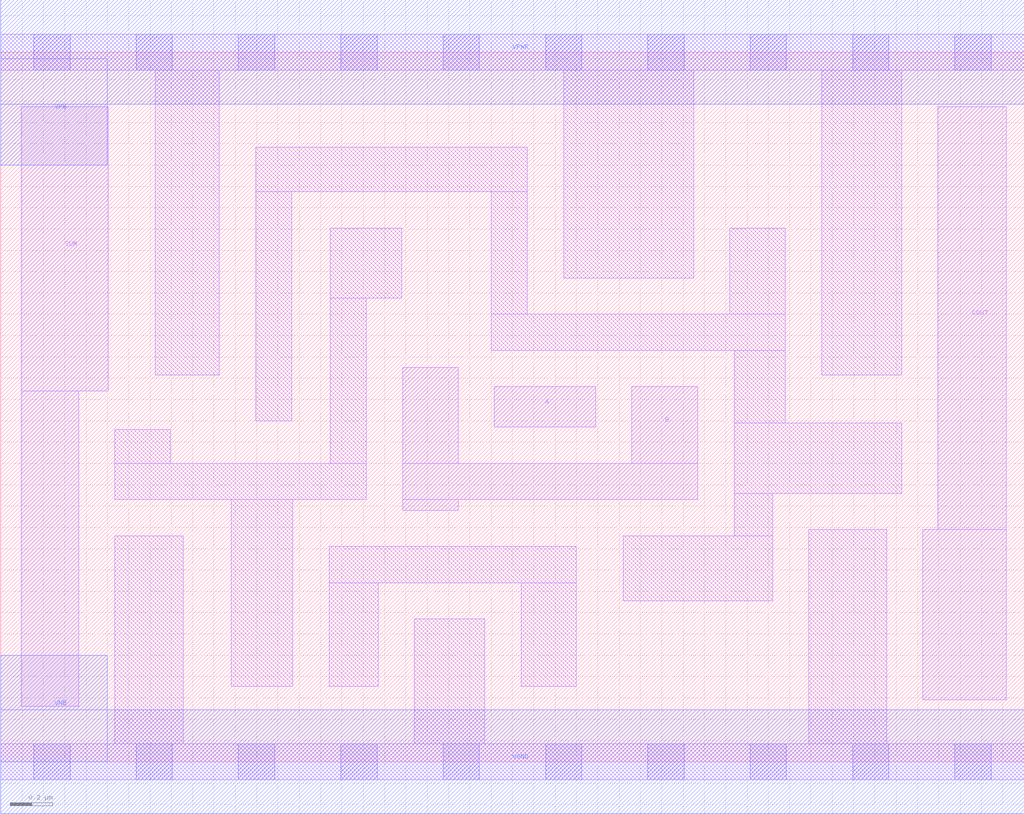
<source format=lef>
# Copyright 2020 The SkyWater PDK Authors
#
# Licensed under the Apache License, Version 2.0 (the "License");
# you may not use this file except in compliance with the License.
# You may obtain a copy of the License at
#
#     https://www.apache.org/licenses/LICENSE-2.0
#
# Unless required by applicable law or agreed to in writing, software
# distributed under the License is distributed on an "AS IS" BASIS,
# WITHOUT WARRANTIES OR CONDITIONS OF ANY KIND, either express or implied.
# See the License for the specific language governing permissions and
# limitations under the License.
#
# SPDX-License-Identifier: Apache-2.0

VERSION 5.5 ;
NAMESCASESENSITIVE ON ;
BUSBITCHARS "[]" ;
DIVIDERCHAR "/" ;
MACRO sky130_fd_sc_lp__ha_1
  CLASS CORE ;
  SOURCE USER ;
  ORIGIN  0.000000  0.000000 ;
  SIZE  4.800000 BY  3.330000 ;
  SYMMETRY X Y R90 ;
  SITE unit ;
  PIN A
    ANTENNAGATEAREA  0.252000 ;
    DIRECTION INPUT ;
    USE SIGNAL ;
    PORT
      LAYER li1 ;
        RECT 2.315000 1.570000 2.790000 1.760000 ;
    END
  END A
  PIN B
    ANTENNAGATEAREA  0.252000 ;
    DIRECTION INPUT ;
    USE SIGNAL ;
    PORT
      LAYER li1 ;
        RECT 1.885000 1.180000 2.145000 1.230000 ;
        RECT 1.885000 1.230000 3.270000 1.400000 ;
        RECT 1.885000 1.400000 2.145000 1.850000 ;
        RECT 2.960000 1.400000 3.270000 1.760000 ;
    END
  END B
  PIN COUT
    ANTENNADIFFAREA  0.556500 ;
    DIRECTION OUTPUT ;
    USE SIGNAL ;
    PORT
      LAYER li1 ;
        RECT 4.325000 0.290000 4.715000 1.090000 ;
        RECT 4.395000 1.090000 4.715000 3.075000 ;
    END
  END COUT
  PIN SUM
    ANTENNADIFFAREA  0.556500 ;
    DIRECTION OUTPUT ;
    USE SIGNAL ;
    PORT
      LAYER li1 ;
        RECT 0.095000 0.260000 0.365000 1.740000 ;
        RECT 0.095000 1.740000 0.505000 3.075000 ;
    END
  END SUM
  PIN VGND
    DIRECTION INOUT ;
    USE GROUND ;
    PORT
      LAYER met1 ;
        RECT 0.000000 -0.245000 4.800000 0.245000 ;
    END
  END VGND
  PIN VNB
    DIRECTION INOUT ;
    USE GROUND ;
    PORT
      LAYER met1 ;
        RECT 0.000000 0.000000 0.500000 0.500000 ;
    END
  END VNB
  PIN VPB
    DIRECTION INOUT ;
    USE POWER ;
    PORT
      LAYER met1 ;
        RECT 0.000000 2.800000 0.500000 3.300000 ;
    END
  END VPB
  PIN VPWR
    DIRECTION INOUT ;
    USE POWER ;
    PORT
      LAYER met1 ;
        RECT 0.000000 3.085000 4.800000 3.575000 ;
    END
  END VPWR
  OBS
    LAYER li1 ;
      RECT 0.000000 -0.085000 4.800000 0.085000 ;
      RECT 0.000000  3.245000 4.800000 3.415000 ;
      RECT 0.535000  0.085000 0.855000 1.060000 ;
      RECT 0.535000  1.230000 1.715000 1.400000 ;
      RECT 0.535000  1.400000 0.795000 1.560000 ;
      RECT 0.725000  1.815000 1.025000 3.245000 ;
      RECT 1.080000  0.355000 1.370000 1.230000 ;
      RECT 1.195000  1.600000 1.365000 2.675000 ;
      RECT 1.195000  2.675000 2.470000 2.885000 ;
      RECT 1.540000  0.355000 1.770000 0.840000 ;
      RECT 1.540000  0.840000 2.700000 1.010000 ;
      RECT 1.545000  1.400000 1.715000 2.175000 ;
      RECT 1.545000  2.175000 1.880000 2.505000 ;
      RECT 1.940000  0.085000 2.270000 0.670000 ;
      RECT 2.300000  1.930000 3.680000 2.100000 ;
      RECT 2.300000  2.100000 2.470000 2.675000 ;
      RECT 2.440000  0.355000 2.700000 0.840000 ;
      RECT 2.640000  2.270000 3.250000 3.245000 ;
      RECT 2.920000  0.755000 3.620000 1.060000 ;
      RECT 3.420000  2.100000 3.680000 2.505000 ;
      RECT 3.440000  1.060000 3.620000 1.260000 ;
      RECT 3.440000  1.260000 4.225000 1.590000 ;
      RECT 3.440000  1.590000 3.680000 1.930000 ;
      RECT 3.790000  0.085000 4.155000 1.090000 ;
      RECT 3.850000  1.815000 4.225000 3.245000 ;
    LAYER mcon ;
      RECT 0.155000 -0.085000 0.325000 0.085000 ;
      RECT 0.155000  3.245000 0.325000 3.415000 ;
      RECT 0.635000 -0.085000 0.805000 0.085000 ;
      RECT 0.635000  3.245000 0.805000 3.415000 ;
      RECT 1.115000 -0.085000 1.285000 0.085000 ;
      RECT 1.115000  3.245000 1.285000 3.415000 ;
      RECT 1.595000 -0.085000 1.765000 0.085000 ;
      RECT 1.595000  3.245000 1.765000 3.415000 ;
      RECT 2.075000 -0.085000 2.245000 0.085000 ;
      RECT 2.075000  3.245000 2.245000 3.415000 ;
      RECT 2.555000 -0.085000 2.725000 0.085000 ;
      RECT 2.555000  3.245000 2.725000 3.415000 ;
      RECT 3.035000 -0.085000 3.205000 0.085000 ;
      RECT 3.035000  3.245000 3.205000 3.415000 ;
      RECT 3.515000 -0.085000 3.685000 0.085000 ;
      RECT 3.515000  3.245000 3.685000 3.415000 ;
      RECT 3.995000 -0.085000 4.165000 0.085000 ;
      RECT 3.995000  3.245000 4.165000 3.415000 ;
      RECT 4.475000 -0.085000 4.645000 0.085000 ;
      RECT 4.475000  3.245000 4.645000 3.415000 ;
  END
END sky130_fd_sc_lp__ha_1
END LIBRARY

</source>
